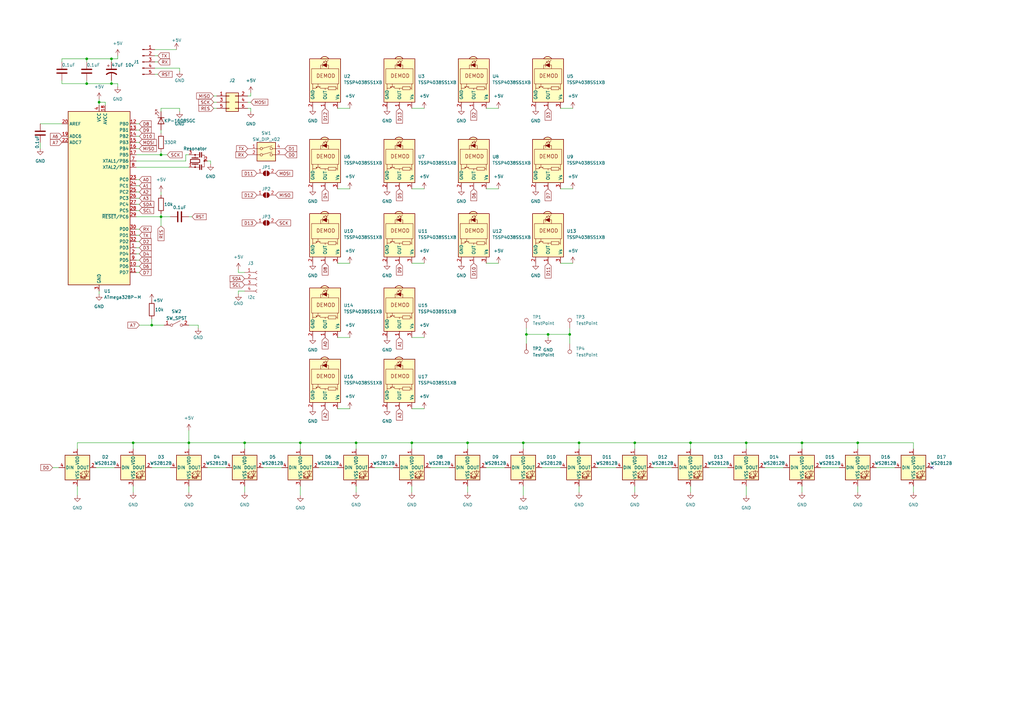
<source format=kicad_sch>
(kicad_sch (version 20211123) (generator eeschema)
  (paper "A3")
  (lib_symbols
    (symbol "Connector:Conn_01x04_Female" (pin_names (offset 1.016) hide)
      (property "Reference" "J" (at 0 5.08 0))
      (property "Value" "Conn_01x04_Female" (at 0 -7.62 0))
      (symbol "Conn_01x04_Female_1_1"
        (pin passive line (at -5.08 2.54 0) (length 3.81) (name "Pin_1") (number "1"))
        (pin passive line (at -5.08 0 0) (length 3.81) (name "Pin_2") (number "2"))
        (pin passive line (at -5.08 -2.54 0) (length 3.81) (name "Pin_3") (number "3"))
        (pin passive line (at -5.08 -5.08 0) (length 3.81) (name "Pin_4") (number "4"))
      )
    )
    (symbol "Connector:Conn_01x05_Male" (pin_names (offset 1.016) hide)
      (property "Reference" "J" (at 0 7.62 0))
      (property "Value" "Conn_01x05_Male" (at 0 -7.62 0))
      (symbol "Conn_01x05_Male_1_1"
        (pin passive line (at 5.08 5.08 180) (length 3.81) (name "Pin_1") (number "1"))
        (pin passive line (at 5.08 2.54 180) (length 3.81) (name "Pin_2") (number "2"))
        (pin passive line (at 5.08 0 180) (length 3.81) (name "Pin_3") (number "3"))
        (pin passive line (at 5.08 -2.54 180) (length 3.81) (name "Pin_4") (number "4"))
        (pin passive line (at 5.08 -5.08 180) (length 3.81) (name "Pin_5") (number "5"))
      )
    )
    (symbol "Connector:TestPoint" (pin_numbers hide) (pin_names (offset 0.762) hide)
      (property "Reference" "TP" (at 0 6.858 0))
      (property "Value" "TestPoint" (at 0 5.08 0))
      (symbol "TestPoint_1_1"
        (pin passive line (at 0 0 90) (length 2.54) (name "1") (number "1"))
      )
    )
    (symbol "Connector_Generic:Conn_02x03_Odd_Even" (pin_names (offset 1.016) hide)
      (property "Reference" "J" (at 1.27 5.08 0))
      (property "Value" "Conn_02x03_Odd_Even" (at 1.27 -5.08 0))
      (symbol "Conn_02x03_Odd_Even_1_1"
        (pin passive line (at -5.08 2.54 0) (length 3.81) (name "Pin_1") (number "1"))
        (pin passive line (at 7.62 2.54 180) (length 3.81) (name "Pin_2") (number "2"))
        (pin passive line (at -5.08 0 0) (length 3.81) (name "Pin_3") (number "3"))
        (pin passive line (at 7.62 0 180) (length 3.81) (name "Pin_4") (number "4"))
        (pin passive line (at -5.08 -2.54 0) (length 3.81) (name "Pin_5") (number "5"))
        (pin passive line (at 7.62 -2.54 180) (length 3.81) (name "Pin_6") (number "6"))
      )
    )
    (symbol "Device:C" (pin_numbers hide) (pin_names (offset 0.254))
      (property "Reference" "C" (at 0.635 2.54 0))
      (property "Value" "C" (at 0.635 -2.54 0))
      (symbol "C_1_1"
        (pin passive line (at 0 3.81 270) (length 2.794) (name "~") (number "1"))
        (pin passive line (at 0 -3.81 90) (length 2.794) (name "~") (number "2"))
      )
    )
    (symbol "Device:CP1" (pin_numbers hide) (pin_names (offset 0.254) hide)
      (property "Reference" "C" (at 0.635 2.54 0))
      (property "Value" "Device_CP1" (at 0.635 -2.54 0))
      (symbol "CP1_1_1"
        (pin passive line (at 0 3.81 270) (length 2.794) (name "~") (number "1"))
        (pin passive line (at 0 -3.81 90) (length 3.302) (name "~") (number "2"))
      )
    )
    (symbol "Device:LED" (pin_numbers hide) (pin_names (offset 1.016) hide)
      (property "Reference" "D" (at 0 2.54 0))
      (property "Value" "LED" (at 0 -2.54 0))
      (symbol "LED_1_1"
        (pin passive line (at -3.81 0 0) (length 2.54) (name "K") (number "1"))
        (pin passive line (at 3.81 0 180) (length 2.54) (name "A") (number "2"))
      )
    )
    (symbol "Device:R" (pin_numbers hide) (pin_names (offset 0))
      (property "Reference" "R" (at 2.032 0 90))
      (property "Value" "R" (at 0 0 90))
      (symbol "R_1_1"
        (pin passive line (at 0 3.81 270) (length 1.27) (name "~") (number "1"))
        (pin passive line (at 0 -3.81 90) (length 1.27) (name "~") (number "2"))
      )
    )
    (symbol "Device:Resonator_Small" (pin_names (offset 1.016) hide)
      (property "Reference" "Y" (at 3.175 1.905 0))
      (property "Value" "Resonator_Small" (at 3.175 0 0))
      (symbol "Resonator_Small_1_1"
        (pin passive line (at -2.54 2.54 270) (length 1.27) (name "1") (number "1"))
        (pin passive line (at 0 -5.08 90) (length 1.27) (name "2") (number "2"))
        (pin passive line (at 2.54 2.54 270) (length 1.27) (name "3") (number "3"))
      )
    )
    (symbol "Jumper:SolderJumper_2_Open" (pin_names (offset 0) hide)
      (property "Reference" "JP" (at 0 2.032 0))
      (property "Value" "SolderJumper_2_Open" (at 0 -2.54 0))
      (symbol "SolderJumper_2_Open_1_1"
        (pin passive line (at -3.81 0 0) (length 2.54) (name "A") (number "1"))
        (pin passive line (at 3.81 0 180) (length 2.54) (name "B") (number "2"))
      )
    )
    (symbol "LED:WS2812B" (pin_names (offset 0.254))
      (property "Reference" "D" (at 5.08 5.715 0))
      (property "Value" "WS2812B" (at 1.27 -5.715 0))
      (symbol "WS2812B_0_0"
        (text "RGB" (at 2.286 -4.191 0) (effects (font (size 0.762 0.762))))
      )
      (symbol "WS2812B_1_1"
        (pin power_in line (at 0 7.62 270) (length 2.54) (name "VDD") (number "1"))
        (pin output line (at 7.62 0 180) (length 2.54) (name "DOUT") (number "2"))
        (pin power_in line (at 0 -7.62 90) (length 2.54) (name "VSS") (number "3"))
        (pin input line (at -7.62 0 0) (length 2.54) (name "DIN") (number "4"))
      )
    )
    (symbol "MCU_Microchip_ATmega:ATmega328P-M"
      (property "Reference" "U" (at -12.7 36.83 0))
      (property "Value" "ATmega328P-M" (at 2.54 -36.83 0))
      (symbol "ATmega328P-M_1_1"
        (pin bidirectional line (at 15.24 -20.32 180) (length 2.54) (name "PD3") (number "1"))
        (pin bidirectional line (at 15.24 -27.94 180) (length 2.54) (name "PD6") (number "10"))
        (pin bidirectional line (at 15.24 -30.48 180) (length 2.54) (name "PD7") (number "11"))
        (pin bidirectional line (at 15.24 30.48 180) (length 2.54) (name "PB0") (number "12"))
        (pin bidirectional line (at 15.24 27.94 180) (length 2.54) (name "PB1") (number "13"))
        (pin bidirectional line (at 15.24 25.4 180) (length 2.54) (name "PB2") (number "14"))
        (pin bidirectional line (at 15.24 22.86 180) (length 2.54) (name "PB3") (number "15"))
        (pin bidirectional line (at 15.24 20.32 180) (length 2.54) (name "PB4") (number "16"))
        (pin bidirectional line (at 15.24 17.78 180) (length 2.54) (name "PB5") (number "17"))
        (pin power_in line (at 2.54 38.1 270) (length 2.54) (name "AVCC") (number "18"))
        (pin input line (at -15.24 25.4 0) (length 2.54) (name "ADC6") (number "19"))
        (pin bidirectional line (at 15.24 -22.86 180) (length 2.54) (name "PD4") (number "2"))
        (pin passive line (at -15.24 30.48 0) (length 2.54) (name "AREF") (number "20"))
        (pin passive line (at 0 -38.1 90) (length 2.54) hide (name "GND") (number "21"))
        (pin input line (at -15.24 22.86 0) (length 2.54) (name "ADC7") (number "22"))
        (pin bidirectional line (at 15.24 7.62 180) (length 2.54) (name "PC0") (number "23"))
        (pin bidirectional line (at 15.24 5.08 180) (length 2.54) (name "PC1") (number "24"))
        (pin bidirectional line (at 15.24 2.54 180) (length 2.54) (name "PC2") (number "25"))
        (pin bidirectional line (at 15.24 0 180) (length 2.54) (name "PC3") (number "26"))
        (pin bidirectional line (at 15.24 -2.54 180) (length 2.54) (name "PC4") (number "27"))
        (pin bidirectional line (at 15.24 -5.08 180) (length 2.54) (name "PC5") (number "28"))
        (pin bidirectional line (at 15.24 -7.62 180) (length 2.54) (name "~{RESET}/PC6") (number "29"))
        (pin power_in line (at 0 -38.1 90) (length 2.54) (name "GND") (number "3"))
        (pin bidirectional line (at 15.24 -12.7 180) (length 2.54) (name "PD0") (number "30"))
        (pin bidirectional line (at 15.24 -15.24 180) (length 2.54) (name "PD1") (number "31"))
        (pin bidirectional line (at 15.24 -17.78 180) (length 2.54) (name "PD2") (number "32"))
        (pin passive line (at 0 -38.1 90) (length 2.54) hide (name "GND") (number "33"))
        (pin power_in line (at 0 38.1 270) (length 2.54) (name "VCC") (number "4"))
        (pin passive line (at 0 -38.1 90) (length 2.54) hide (name "GND") (number "5"))
        (pin passive line (at 0 38.1 270) (length 2.54) hide (name "VCC") (number "6"))
        (pin bidirectional line (at 15.24 15.24 180) (length 2.54) (name "XTAL1/PB6") (number "7"))
        (pin bidirectional line (at 15.24 12.7 180) (length 2.54) (name "XTAL2/PB7") (number "8"))
        (pin bidirectional line (at 15.24 -25.4 180) (length 2.54) (name "PD5") (number "9"))
      )
    )
    (symbol "Sensor_Proximity:TSSP58038SS1XB" (pin_names (offset 1.016))
      (property "Reference" "U" (at -10.16 7.62 0))
      (property "Value" "TSSP58038SS1XB" (at -10.16 -7.62 0))
      (symbol "TSSP58038SS1XB_0_0"
        (text "DEMOD" (at -3.175 0.254 900) (effects (font (size 1.524 1.524))))
      )
      (symbol "TSSP58038SS1XB_1_1"
        (pin output line (at 10.16 0 180) (length 2.54) (name "OUT") (number "1"))
        (pin power_in line (at 10.16 -5.08 180) (length 2.54) (name "GND") (number "2"))
        (pin power_in line (at 10.16 5.08 180) (length 2.54) (name "Vs") (number "3"))
      )
    )
    (symbol "Switch:SW_DIP_x02" (pin_names (offset 0) hide)
      (property "Reference" "SW" (at 0 6.35 0))
      (property "Value" "SW_DIP_x02" (at 0 -3.81 0))
      (symbol "SW_DIP_x02_1_1"
        (pin passive line (at -7.62 2.54 0) (length 5.08) (name "~") (number "1"))
        (pin passive line (at -7.62 0 0) (length 5.08) (name "~") (number "2"))
        (pin passive line (at 7.62 0 180) (length 5.08) (name "~") (number "3"))
        (pin passive line (at 7.62 2.54 180) (length 5.08) (name "~") (number "4"))
      )
    )
    (symbol "Switch:SW_SPST" (pin_names (offset 0) hide)
      (property "Reference" "SW" (at 0 3.175 0))
      (property "Value" "SW_SPST" (at 0 -2.54 0))
      (symbol "SW_SPST_1_1"
        (pin passive line (at -5.08 0 0) (length 2.54) (name "A") (number "1"))
        (pin passive line (at 5.08 0 180) (length 2.54) (name "B") (number "2"))
      )
    )
    (symbol "power:+5V" (power) (pin_names (offset 0))
      (property "Value" "+5V" (at 0 3.556 0))
      (symbol "+5V_1_1"
        (pin power_in line (at 0 0 90) (length 0) hide (name "+5V") (number "1"))
      )
    )
    (symbol "power:GND" (power) (pin_names (offset 0))
      (property "Value" "GND" (at 0 -3.81 0))
      (symbol "GND_1_1"
        (pin power_in line (at 0 0 270) (length 0) hide (name "GND") (number "1"))
      )
    )
  )
  (junction (at 123.19 181.61))
  (junction (at 66.04 88.9))
  (junction (at 191.77 181.61))
  (junction (at 35.56 24.13))
  (junction (at 45.72 24.13))
  (junction (at 328.93 181.61))
  (junction (at 66.04 63.5))
  (junction (at 35.56 34.29))
  (junction (at 233.68 137.16))
  (junction (at 215.9 137.16))
  (junction (at 77.47 181.61))
  (junction (at 62.23 133.35))
  (junction (at 283.21 181.61))
  (junction (at 214.63 181.61))
  (junction (at 351.79 181.61))
  (junction (at 224.79 137.16))
  (junction (at 100.33 181.61))
  (junction (at 146.05 181.61))
  (junction (at 45.72 34.29))
  (junction (at 237.49 181.61))
  (junction (at 54.61 181.61))
  (junction (at 306.07 181.61))
  (junction (at 168.91 181.61))
  (junction (at 260.35 181.61))
  (junction (at 40.64 41.91))
  (no_connect (at 382.27 191.77))
  (wire (pts (xy 55.88 66.04) (xy 76.2 66.04)))
  (wire (pts (xy 66.04 78.74) (xy 66.04 80.01)))
  (wire (pts (xy 237.49 181.61) (xy 237.49 184.15)))
  (wire (pts (xy 138.43 167.64) (xy 143.51 167.64)))
  (wire (pts (xy 64.77 22.86) (xy 63.5 22.86)))
  (wire (pts (xy 55.88 88.9) (xy 66.04 88.9)))
  (wire (pts (xy 336.55 191.77) (xy 344.17 191.77)))
  (wire (pts (xy 215.9 137.16) (xy 224.79 137.16)))
  (wire (pts (xy 57.15 58.42) (xy 55.88 58.42)))
  (wire (pts (xy 57.15 76.2) (xy 55.88 76.2)))
  (wire (pts (xy 31.75 181.61) (xy 54.61 181.61)))
  (wire (pts (xy 191.77 181.61) (xy 214.63 181.61)))
  (wire (pts (xy 374.65 181.61) (xy 374.65 184.15)))
  (wire (pts (xy 168.91 107.95) (xy 173.99 107.95)))
  (wire (pts (xy 57.15 73.66) (xy 55.88 73.66)))
  (wire (pts (xy 168.91 167.64) (xy 173.99 167.64)))
  (wire (pts (xy 233.68 137.16) (xy 233.68 140.97)))
  (wire (pts (xy 146.05 181.61) (xy 168.91 181.61)))
  (wire (pts (xy 146.05 199.39) (xy 146.05 201.93)))
  (wire (pts (xy 48.26 24.13) (xy 48.26 22.86)))
  (wire (pts (xy 54.61 199.39) (xy 54.61 201.93)))
  (wire (pts (xy 57.15 106.68) (xy 55.88 106.68)))
  (wire (pts (xy 57.15 133.35) (xy 62.23 133.35)))
  (wire (pts (xy 77.47 133.35) (xy 81.28 133.35)))
  (wire (pts (xy 77.47 181.61) (xy 77.47 184.15)))
  (wire (pts (xy 76.2 63.5) (xy 77.47 63.5)))
  (wire (pts (xy 25.4 34.29) (xy 35.56 34.29)))
  (wire (pts (xy 39.37 191.77) (xy 46.99 191.77)))
  (wire (pts (xy 260.35 181.61) (xy 283.21 181.61)))
  (wire (pts (xy 57.15 96.52) (xy 55.88 96.52)))
  (wire (pts (xy 351.79 199.39) (xy 351.79 201.93)))
  (wire (pts (xy 283.21 181.61) (xy 306.07 181.61)))
  (wire (pts (xy 107.95 191.77) (xy 115.57 191.77)))
  (wire (pts (xy 16.51 60.96) (xy 16.51 58.42)))
  (wire (pts (xy 57.15 101.6) (xy 55.88 101.6)))
  (wire (pts (xy 35.56 24.13) (xy 35.56 25.4)))
  (wire (pts (xy 328.93 199.39) (xy 328.93 201.93)))
  (wire (pts (xy 283.21 181.61) (xy 283.21 184.15)))
  (wire (pts (xy 100.33 111.76) (xy 97.79 111.76)))
  (wire (pts (xy 100.33 199.39) (xy 100.33 201.93)))
  (wire (pts (xy 45.72 34.29) (xy 48.26 34.29)))
  (wire (pts (xy 35.56 34.29) (xy 45.72 34.29)))
  (wire (pts (xy 35.56 24.13) (xy 45.72 24.13)))
  (wire (pts (xy 214.63 199.39) (xy 214.63 203.2)))
  (wire (pts (xy 102.87 38.1) (xy 102.87 39.37)))
  (wire (pts (xy 215.9 134.62) (xy 215.9 137.16)))
  (wire (pts (xy 45.72 24.13) (xy 45.72 25.4)))
  (wire (pts (xy 57.15 104.14) (xy 55.88 104.14)))
  (wire (pts (xy 168.91 199.39) (xy 168.91 201.93)))
  (wire (pts (xy 57.15 81.28) (xy 55.88 81.28)))
  (wire (pts (xy 54.61 181.61) (xy 54.61 184.15)))
  (wire (pts (xy 298.45 191.77) (xy 290.83 191.77)))
  (wire (pts (xy 48.26 34.29) (xy 48.26 35.56)))
  (wire (pts (xy 66.04 62.23) (xy 66.04 63.5)))
  (wire (pts (xy 176.53 191.77) (xy 184.15 191.77)))
  (wire (pts (xy 283.21 199.39) (xy 283.21 201.93)))
  (wire (pts (xy 374.65 199.39) (xy 374.65 201.93)))
  (wire (pts (xy 306.07 181.61) (xy 328.93 181.61)))
  (wire (pts (xy 102.87 39.37) (xy 101.6 39.37)))
  (wire (pts (xy 35.56 33.02) (xy 35.56 34.29)))
  (wire (pts (xy 87.63 44.45) (xy 88.9 44.45)))
  (wire (pts (xy 168.91 44.45) (xy 173.99 44.45)))
  (wire (pts (xy 123.19 181.61) (xy 146.05 181.61)))
  (wire (pts (xy 100.33 181.61) (xy 100.33 184.15)))
  (wire (pts (xy 77.47 199.39) (xy 77.47 201.93)))
  (wire (pts (xy 25.4 33.02) (xy 25.4 34.29)))
  (wire (pts (xy 66.04 92.71) (xy 66.04 88.9)))
  (wire (pts (xy 40.64 41.91) (xy 40.64 43.18)))
  (wire (pts (xy 45.72 33.02) (xy 45.72 34.29)))
  (wire (pts (xy 260.35 181.61) (xy 260.35 184.15)))
  (wire (pts (xy 199.39 107.95) (xy 204.47 107.95)))
  (wire (pts (xy 73.66 27.94) (xy 73.66 29.21)))
  (wire (pts (xy 62.23 130.81) (xy 62.23 133.35)))
  (wire (pts (xy 191.77 199.39) (xy 191.77 201.93)))
  (wire (pts (xy 57.15 53.34) (xy 55.88 53.34)))
  (wire (pts (xy 77.47 181.61) (xy 100.33 181.61)))
  (wire (pts (xy 57.15 109.22) (xy 55.88 109.22)))
  (wire (pts (xy 102.87 44.45) (xy 101.6 44.45)))
  (wire (pts (xy 233.68 134.62) (xy 233.68 137.16)))
  (wire (pts (xy 214.63 181.61) (xy 214.63 184.15)))
  (wire (pts (xy 62.23 133.35) (xy 67.31 133.35)))
  (wire (pts (xy 45.72 24.13) (xy 48.26 24.13)))
  (wire (pts (xy 62.23 191.77) (xy 69.85 191.77)))
  (wire (pts (xy 25.4 24.13) (xy 35.56 24.13)))
  (wire (pts (xy 306.07 181.61) (xy 306.07 184.15)))
  (wire (pts (xy 138.43 77.47) (xy 143.51 77.47)))
  (wire (pts (xy 102.87 45.72) (xy 102.87 44.45)))
  (wire (pts (xy 66.04 63.5) (xy 55.88 63.5)))
  (wire (pts (xy 57.15 78.74) (xy 55.88 78.74)))
  (wire (pts (xy 146.05 181.61) (xy 146.05 184.15)))
  (wire (pts (xy 63.5 27.94) (xy 73.66 27.94)))
  (wire (pts (xy 57.15 111.76) (xy 55.88 111.76)))
  (wire (pts (xy 237.49 199.39) (xy 237.49 201.93)))
  (wire (pts (xy 123.19 199.39) (xy 123.19 203.2)))
  (wire (pts (xy 57.15 86.36) (xy 55.88 86.36)))
  (wire (pts (xy 57.15 60.96) (xy 55.88 60.96)))
  (wire (pts (xy 16.51 50.8) (xy 25.4 50.8)))
  (wire (pts (xy 85.09 191.77) (xy 92.71 191.77)))
  (wire (pts (xy 215.9 137.16) (xy 215.9 140.97)))
  (wire (pts (xy 87.63 39.37) (xy 88.9 39.37)))
  (wire (pts (xy 21.59 191.77) (xy 24.13 191.77)))
  (wire (pts (xy 153.67 191.77) (xy 161.29 191.77)))
  (wire (pts (xy 168.91 138.43) (xy 173.99 138.43)))
  (wire (pts (xy 313.69 191.77) (xy 321.31 191.77)))
  (wire (pts (xy 97.79 119.38) (xy 97.79 120.65)))
  (wire (pts (xy 81.28 133.35) (xy 81.28 134.62)))
  (wire (pts (xy 31.75 199.39) (xy 31.75 203.2)))
  (wire (pts (xy 64.77 25.4) (xy 63.5 25.4)))
  (wire (pts (xy 72.39 20.32) (xy 63.5 20.32)))
  (wire (pts (xy 87.63 41.91) (xy 88.9 41.91)))
  (wire (pts (xy 245.11 191.77) (xy 252.73 191.77)))
  (wire (pts (xy 214.63 181.61) (xy 237.49 181.61)))
  (wire (pts (xy 351.79 181.61) (xy 374.65 181.61)))
  (wire (pts (xy 351.79 181.61) (xy 351.79 184.15)))
  (wire (pts (xy 237.49 181.61) (xy 260.35 181.61)))
  (wire (pts (xy 57.15 99.06) (xy 55.88 99.06)))
  (wire (pts (xy 57.15 55.88) (xy 55.88 55.88)))
  (wire (pts (xy 73.66 45.72) (xy 73.66 44.45)))
  (wire (pts (xy 359.41 191.77) (xy 367.03 191.77)))
  (wire (pts (xy 222.25 191.77) (xy 229.87 191.77)))
  (wire (pts (xy 55.88 68.58) (xy 77.47 68.58)))
  (wire (pts (xy 66.04 44.45) (xy 66.04 45.72)))
  (wire (pts (xy 260.35 199.39) (xy 260.35 201.93)))
  (wire (pts (xy 57.15 50.8) (xy 55.88 50.8)))
  (wire (pts (xy 229.87 44.45) (xy 234.95 44.45)))
  (wire (pts (xy 306.07 199.39) (xy 306.07 203.2)))
  (wire (pts (xy 168.91 181.61) (xy 168.91 184.15)))
  (wire (pts (xy 40.64 40.64) (xy 40.64 41.91)))
  (wire (pts (xy 224.79 137.16) (xy 233.68 137.16)))
  (wire (pts (xy 100.33 181.61) (xy 123.19 181.61)))
  (wire (pts (xy 77.47 176.53) (xy 77.47 181.61)))
  (wire (pts (xy 66.04 53.34) (xy 66.04 54.61)))
  (wire (pts (xy 54.61 181.61) (xy 77.47 181.61)))
  (wire (pts (xy 199.39 44.45) (xy 204.47 44.45)))
  (wire (pts (xy 138.43 138.43) (xy 143.51 138.43)))
  (wire (pts (xy 85.09 66.04) (xy 86.36 66.04)))
  (wire (pts (xy 229.87 77.47) (xy 234.95 77.47)))
  (wire (pts (xy 66.04 88.9) (xy 69.85 88.9)))
  (wire (pts (xy 40.64 120.65) (xy 40.64 119.38)))
  (wire (pts (xy 199.39 191.77) (xy 207.01 191.77)))
  (wire (pts (xy 191.77 181.61) (xy 191.77 184.15)))
  (wire (pts (xy 328.93 181.61) (xy 351.79 181.61)))
  (wire (pts (xy 123.19 181.61) (xy 123.19 184.15)))
  (wire (pts (xy 138.43 107.95) (xy 143.51 107.95)))
  (wire (pts (xy 76.2 66.04) (xy 76.2 63.5)))
  (wire (pts (xy 328.93 181.61) (xy 328.93 184.15)))
  (wire (pts (xy 25.4 25.4) (xy 25.4 24.13)))
  (wire (pts (xy 130.81 191.77) (xy 138.43 191.77)))
  (wire (pts (xy 64.77 30.48) (xy 63.5 30.48)))
  (wire (pts (xy 57.15 93.98) (xy 55.88 93.98)))
  (wire (pts (xy 100.33 119.38) (xy 97.79 119.38)))
  (wire (pts (xy 224.79 138.43) (xy 224.79 137.16)))
  (wire (pts (xy 31.75 181.61) (xy 31.75 184.15)))
  (wire (pts (xy 168.91 77.47) (xy 173.99 77.47)))
  (wire (pts (xy 43.18 43.18) (xy 43.18 41.91)))
  (wire (pts (xy 66.04 87.63) (xy 66.04 88.9)))
  (wire (pts (xy 168.91 181.61) (xy 191.77 181.61)))
  (wire (pts (xy 68.58 63.5) (xy 66.04 63.5)))
  (wire (pts (xy 199.39 77.47) (xy 204.47 77.47)))
  (wire (pts (xy 102.87 41.91) (xy 101.6 41.91)))
  (wire (pts (xy 229.87 107.95) (xy 234.95 107.95)))
  (wire (pts (xy 86.36 66.04) (xy 86.36 67.31)))
  (wire (pts (xy 43.18 41.91) (xy 40.64 41.91)))
  (wire (pts (xy 78.74 88.9) (xy 77.47 88.9)))
  (wire (pts (xy 73.66 44.45) (xy 66.04 44.45)))
  (wire (pts (xy 97.79 111.76) (xy 97.79 110.49)))
  (wire (pts (xy 57.15 83.82) (xy 55.88 83.82)))
  (wire (pts (xy 138.43 44.45) (xy 143.51 44.45)))
  (wire (pts (xy 267.97 191.77) (xy 275.59 191.77)))
  (global_label "D6" (shape input) (at 57.15 109.22 0) (property "Обозначения листов" "${INTERSHEET_REFS}" (effects hide)))
  (global_label "TX" (shape input) (at 57.15 96.52 0) (property "Обозначения листов" "${INTERSHEET_REFS}" (effects hide)))
  (global_label "RX" (shape input) (at 101.6 63.5 180) (property "Обозначения листов" "${INTERSHEET_REFS}" (effects hide)))
  (global_label "D5" (shape input) (at 163.83 77.47 270) (property "Обозначения листов" "${INTERSHEET_REFS}" (effects hide)))
  (global_label "A7" (shape input) (at 25.4 58.42 180) (property "Обозначения листов" "${INTERSHEET_REFS}" (effects hide)))
  (global_label "A3" (shape input) (at 163.83 167.64 270) (property "Обозначения листов" "${INTERSHEET_REFS}" (effects hide)))
  (global_label "D0" (shape input) (at 21.59 191.77 180) (property "Обозначения листов" "${INTERSHEET_REFS}" (effects hide)))
  (global_label "SCL" (shape input) (at 100.33 116.84 180) (property "Intersheet References" "${INTERSHEET_REFS}" (effects hide)))
  (global_label "A1" (shape input) (at 57.15 76.2 0) (property "Обозначения листов" "${INTERSHEET_REFS}" (effects hide)))
  (global_label "D11" (shape input) (at 224.79 107.95 270) (property "Обозначения листов" "${INTERSHEET_REFS}" (effects hide)))
  (global_label "SCK" (shape input) (at 68.58 63.5 0) (property "Обозначения листов" "${INTERSHEET_REFS}" (effects hide)))
  (global_label "SCL" (shape input) (at 57.15 86.36 0) (property "Обозначения листов" "${INTERSHEET_REFS}" (effects hide)))
  (global_label "D9" (shape input) (at 163.83 107.95 270) (property "Обозначения листов" "${INTERSHEET_REFS}" (effects hide)))
  (global_label "D6" (shape input) (at 194.31 77.47 270) (property "Обозначения листов" "${INTERSHEET_REFS}" (effects hide)))
  (global_label "TX" (shape input) (at 64.77 22.86 0) (property "Intersheet References" "${INTERSHEET_REFS}" (effects hide)))
  (global_label "MISO" (shape input) (at 113.03 80.01 0) (property "Обозначения листов" "${INTERSHEET_REFS}" (effects hide)))
  (global_label "RST" (shape input) (at 64.77 30.48 0) (property "Обозначения листов" "${INTERSHEET_REFS}" (effects hide)))
  (global_label "D2" (shape input) (at 57.15 99.06 0) (property "Обозначения листов" "${INTERSHEET_REFS}" (effects hide)))
  (global_label "D7" (shape input) (at 224.79 77.47 270) (property "Обозначения листов" "${INTERSHEET_REFS}" (effects hide)))
  (global_label "A2" (shape input) (at 57.15 78.74 0) (property "Обозначения листов" "${INTERSHEET_REFS}" (effects hide)))
  (global_label "RST" (shape input) (at 78.74 88.9 0) (property "Обозначения листов" "${INTERSHEET_REFS}" (effects hide)))
  (global_label "RX" (shape input) (at 64.77 25.4 0) (property "Intersheet References" "${INTERSHEET_REFS}" (effects hide)))
  (global_label "A0" (shape input) (at 57.15 73.66 0) (property "Обозначения листов" "${INTERSHEET_REFS}" (effects hide)))
  (global_label "RES" (shape input) (at 66.04 92.71 270) (property "Обозначения листов" "${INTERSHEET_REFS}" (effects hide)))
  (global_label "A2" (shape input) (at 133.35 167.64 270) (property "Обозначения листов" "${INTERSHEET_REFS}" (effects hide)))
  (global_label "D8" (shape input) (at 57.15 50.8 0) (property "Обозначения листов" "${INTERSHEET_REFS}" (effects hide)))
  (global_label "D13" (shape input) (at 163.83 44.45 270) (property "Обозначения листов" "${INTERSHEET_REFS}" (effects hide)))
  (global_label "A6" (shape input) (at 25.4 55.88 180) (property "Обозначения листов" "${INTERSHEET_REFS}" (effects hide)))
  (global_label "SDA" (shape input) (at 57.15 83.82 0) (property "Обозначения листов" "${INTERSHEET_REFS}" (effects hide)))
  (global_label "D11" (shape input) (at 105.41 71.12 180) (property "Обозначения листов" "${INTERSHEET_REFS}" (effects hide)))
  (global_label "D4" (shape input) (at 133.35 77.47 270) (property "Обозначения листов" "${INTERSHEET_REFS}" (effects hide)))
  (global_label "D4" (shape input) (at 57.15 104.14 0) (property "Обозначения листов" "${INTERSHEET_REFS}" (effects hide)))
  (global_label "MISO" (shape input) (at 87.63 39.37 180) (property "Обозначения листов" "${INTERSHEET_REFS}" (effects hide)))
  (global_label "D5" (shape input) (at 57.15 106.68 0) (property "Обозначения листов" "${INTERSHEET_REFS}" (effects hide)))
  (global_label "D9" (shape input) (at 57.15 53.34 0) (property "Обозначения листов" "${INTERSHEET_REFS}" (effects hide)))
  (global_label "SCK" (shape input) (at 87.63 41.91 180) (property "Обозначения листов" "${INTERSHEET_REFS}" (effects hide)))
  (global_label "RES" (shape input) (at 87.63 44.45 180) (property "Обозначения листов" "${INTERSHEET_REFS}" (effects hide)))
  (global_label "A3" (shape input) (at 57.15 81.28 0) (property "Обозначения листов" "${INTERSHEET_REFS}" (effects hide)))
  (global_label "D12" (shape input) (at 133.35 44.45 270) (property "Обозначения листов" "${INTERSHEET_REFS}" (effects hide)))
  (global_label "A1" (shape input) (at 163.83 138.43 270) (property "Обозначения листов" "${INTERSHEET_REFS}" (effects hide)))
  (global_label "D10" (shape input) (at 194.31 107.95 270) (property "Обозначения листов" "${INTERSHEET_REFS}" (effects hide)))
  (global_label "SCK" (shape input) (at 113.03 91.44 0) (property "Обозначения листов" "${INTERSHEET_REFS}" (effects hide)))
  (global_label "D13" (shape input) (at 105.41 91.44 180) (property "Обозначения листов" "${INTERSHEET_REFS}" (effects hide)))
  (global_label "A7" (shape input) (at 57.15 133.35 180) (property "Обозначения листов" "${INTERSHEET_REFS}" (effects hide)))
  (global_label "D2" (shape input) (at 194.31 44.45 270) (property "Обозначения листов" "${INTERSHEET_REFS}" (effects hide)))
  (global_label "SDA" (shape input) (at 100.33 114.3 180) (property "Intersheet References" "${INTERSHEET_REFS}" (effects hide)))
  (global_label "D0" (shape input) (at 116.84 63.5 0) (property "Обозначения листов" "${INTERSHEET_REFS}" (effects hide)))
  (global_label "D8" (shape input) (at 133.35 107.95 270) (property "Обозначения листов" "${INTERSHEET_REFS}" (effects hide)))
  (global_label "RX" (shape input) (at 57.15 93.98 0) (property "Обозначения листов" "${INTERSHEET_REFS}" (effects hide)))
  (global_label "A0" (shape input) (at 133.35 138.43 270) (property "Обозначения листов" "${INTERSHEET_REFS}" (effects hide)))
  (global_label "D12" (shape input) (at 105.41 80.01 180) (property "Обозначения листов" "${INTERSHEET_REFS}" (effects hide)))
  (global_label "D7" (shape input) (at 57.15 111.76 0) (property "Обозначения листов" "${INTERSHEET_REFS}" (effects hide)))
  (global_label "TX" (shape input) (at 101.6 60.96 180) (property "Обозначения листов" "${INTERSHEET_REFS}" (effects hide)))
  (global_label "MOSI" (shape input) (at 57.15 58.42 0) (property "Обозначения листов" "${INTERSHEET_REFS}" (effects hide)))
  (global_label "D3" (shape input) (at 57.15 101.6 0) (property "Обозначения листов" "${INTERSHEET_REFS}" (effects hide)))
  (global_label "D1" (shape input) (at 116.84 60.96 0) (property "Обозначения листов" "${INTERSHEET_REFS}" (effects hide)))
  (global_label "D10" (shape input) (at 57.15 55.88 0) (property "Обозначения листов" "${INTERSHEET_REFS}" (effects hide)))
  (global_label "D3" (shape input) (at 224.79 44.45 270) (property "Обозначения листов" "${INTERSHEET_REFS}" (effects hide)))
  (global_label "MOSI" (shape input) (at 113.03 71.12 0) (property "Обозначения листов" "${INTERSHEET_REFS}" (effects hide)))
  (global_label "MOSI" (shape input) (at 102.87 41.91 0) (property "Обозначения листов" "${INTERSHEET_REFS}" (effects hide)))
  (global_label "MISO" (shape input) (at 57.15 60.96 0) (property "Обозначения листов" "${INTERSHEET_REFS}" (effects hide)))
  (symbol (lib_id "power:GND") (at 219.71 77.47 0) (unit 1)
    (property "Reference" "#PWR041" (effects hide))
    (property "Value" "GND" (at 219.71 82.55 0))
  )
  (symbol (lib_id "power:GND") (at 73.66 45.72 0) (unit 1)
    (property "Reference" "#PWR08" (effects hide))
    (property "Value" "GND" (at 73.66 50.8 0))
  )
  (symbol (lib_id "power:GND") (at 81.28 134.62 0) (unit 1)
    (property "Reference" "#PWR051" (effects hide))
    (property "Value" "GND" (at 81.28 138.43 0))
  )
  (symbol (lib_id "LED:WS2812B") (at 260.35 191.77 0) (unit 1)
    (property "Reference" "D12" (at 271.78 187.4393 0))
    (property "Value" "WS2812B" (at 271.78 189.9793 0))
    (property "Footprint" "LED_SMD:WS2812" (effects hide))
    (property "Datasheet" "https://cdn-shop.adafruit.com/datasheets/WS2812B.pdf" (effects hide))
  )
  (symbol (lib_id "power:GND") (at 224.79 138.43 0) (unit 1)
    (property "Reference" "#PWR0101" (effects hide))
    (property "Value" "GND" (at 224.79 143.51 0))
  )
  (symbol (lib_id "LED:WS2812B") (at 283.21 191.77 0) (unit 1)
    (property "Reference" "D13" (at 294.64 187.4393 0))
    (property "Value" "WS2812B" (at 294.64 189.9793 0))
    (property "Footprint" "LED_SMD:WS2812" (effects hide))
    (property "Datasheet" "https://cdn-shop.adafruit.com/datasheets/WS2812B.pdf" (effects hide))
  )
  (symbol (lib_id "power:GND") (at 54.61 201.93 0) (unit 1)
    (property "Reference" "#PWR050" (effects hide))
    (property "Value" "GND" (at 54.61 207.01 0))
  )
  (symbol (lib_id "Device:CP1") (at 45.72 29.21 0) (unit 1)
    (property "Reference" "C3" (effects hide))
    (property "Value" "47uF 10v" (at 45.72 26.67 0) (effects (justify left)))
    (property "Footprint" "Capacitor_Tantalum_SMD:CP_EIA-3216-18_Kemet-A_Pad1.58x1.35mm_HandSolder" (effects hide))
  )
  (symbol (lib_id "Device:C") (at 16.51 54.61 180) (unit 1)
    (property "Reference" "C5" (effects hide))
    (property "Value" "0.1uF" (at 15.24 60.96 90) (effects (justify right)))
    (property "Footprint" "Capacitor_SMD:C_0603_1608Metric_Pad1.08x0.95mm_HandSolder" (effects hide))
  )
  (symbol (lib_id "power:GND") (at 16.51 60.96 0) (unit 1)
    (property "Reference" "#PWR046" (effects hide))
    (property "Value" "GND" (at 16.51 66.04 0))
  )
  (symbol (lib_id "Device:R") (at 66.04 58.42 0) (unit 1)
    (property "Reference" "R1" (effects hide))
    (property "Value" "330R" (at 67.31 58.42 0) (effects (justify left)))
    (property "Footprint" "Resistor_SMD:R_0603_1608Metric_Pad0.98x0.95mm_HandSolder" (effects hide))
  )
  (symbol (lib_id "Device:Resonator_Small") (at 80.01 66.04 90) (unit 1)
    (property "Reference" "Y1" (effects hide))
    (property "Value" "Resonator" (at 80.01 60.96 90))
    (property "Footprint" "Crystal:Resonator_SMD_Murata_CSTxExxV-3Pin_3.0x1.1mm_HandSoldering" (effects hide))
  )
  (symbol (lib_id "LED:WS2812B") (at 191.77 191.77 0) (unit 1)
    (property "Reference" "D9" (at 203.2 187.4393 0))
    (property "Value" "WS2812B" (at 203.2 189.9793 0))
    (property "Footprint" "LED_SMD:WS2812" (effects hide))
    (property "Datasheet" "https://cdn-shop.adafruit.com/datasheets/WS2812B.pdf" (effects hide))
  )
  (symbol (lib_id "LED:WS2812B") (at 54.61 191.77 0) (unit 1)
    (property "Reference" "D3" (at 66.04 187.4393 0))
    (property "Value" "WS2812B" (at 66.04 189.9793 0))
    (property "Footprint" "LED_SMD:WS2812" (effects hide))
    (property "Datasheet" "https://cdn-shop.adafruit.com/datasheets/WS2812B.pdf" (effects hide))
  )
  (symbol (lib_id "Sensor_Proximity:TSSP58038SS1XB") (at 133.35 157.48 270) (unit 1)
    (property "Reference" "U16" (at 140.97 154.4749 90) (effects (justify left)))
    (property "Value" "TSSP4038SS1XB" (at 140.97 157.0149 90) (effects (justify left)))
    (property "Footprint" "OptoDevice:Vishay_MINICAST-3Pin" (effects hide))
    (property "Datasheet" "http://www.vishay.com/docs/82740/tssp58038ss1xb.pdf" (effects hide))
  )
  (symbol (lib_id "power:GND") (at 158.75 167.64 0) (unit 1)
    (property "Reference" "#PWR028" (effects hide))
    (property "Value" "GND" (at 158.75 172.72 0))
  )
  (symbol (lib_id "power:GND") (at 351.79 201.93 0) (unit 1)
    (property "Reference" "#PWR076" (effects hide))
    (property "Value" "GND" (at 351.79 207.01 0))
  )
  (symbol (lib_id "power:GND") (at 374.65 201.93 0) (unit 1)
    (property "Reference" "#PWR078" (effects hide))
    (property "Value" "GND" (at 374.65 207.01 0))
  )
  (symbol (lib_id "LED:WS2812B") (at 306.07 191.77 0) (unit 1)
    (property "Reference" "D14" (at 317.5 187.4393 0))
    (property "Value" "WS2812B" (at 317.5 189.9793 0))
    (property "Footprint" "LED_SMD:WS2812" (effects hide))
    (property "Datasheet" "https://cdn-shop.adafruit.com/datasheets/WS2812B.pdf" (effects hide))
  )
  (symbol (lib_id "power:GND") (at 77.47 201.93 0) (unit 1)
    (property "Reference" "#PWR052" (effects hide))
    (property "Value" "GND" (at 77.47 207.01 0))
  )
  (symbol (lib_id "Connector:Conn_01x04_Female") (at 105.41 114.3 0) (unit 1)
    (property "Reference" "J3" (at 101.6 107.95 0) (effects (justify left)))
    (property "Value" "I2c" (at 101.6 121.92 0) (effects (justify left)))
    (property "Footprint" "Connector_PinHeader_2.54mm:PinHeader_1x04_P2.54mm_Vertical" (effects hide))
  )
  (symbol (lib_id "power:+5V") (at 143.51 167.64 0) (unit 1)
    (property "Reference" "#PWR023" (effects hide))
    (property "Value" "+5V" (at 143.51 162.56 0))
  )
  (symbol (lib_id "power:GND") (at 189.23 107.95 0) (unit 1)
    (property "Reference" "#PWR036" (effects hide))
    (property "Value" "GND" (at 189.23 113.03 0))
  )
  (symbol (lib_id "power:GND") (at 128.27 138.43 0) (unit 1)
    (property "Reference" "#PWR017" (effects hide))
    (property "Value" "GND" (at 128.27 143.51 0))
  )
  (symbol (lib_id "Device:C") (at 35.56 29.21 180) (unit 1)
    (property "Reference" "C2" (effects hide))
    (property "Value" "0.1uF" (at 35.56 26.67 0) (effects (justify right)))
    (property "Footprint" "Capacitor_SMD:C_0603_1608Metric_Pad1.08x0.95mm_HandSolder" (effects hide))
  )
  (symbol (lib_id "LED:WS2812B") (at 31.75 191.77 0) (unit 1)
    (property "Reference" "D2" (at 43.18 187.4393 0))
    (property "Value" "WS2812B" (at 43.18 189.9793 0))
    (property "Footprint" "LED_SMD:WS2812" (effects hide))
    (property "Datasheet" "https://cdn-shop.adafruit.com/datasheets/WS2812B.pdf" (effects hide))
  )
  (symbol (lib_id "power:GND") (at 158.75 107.95 0) (unit 1)
    (property "Reference" "#PWR026" (effects hide))
    (property "Value" "GND" (at 158.75 113.03 0))
  )
  (symbol (lib_id "power:+5V") (at 173.99 167.64 0) (unit 1)
    (property "Reference" "#PWR033" (effects hide))
    (property "Value" "+5V" (at 173.99 162.56 0))
  )
  (symbol (lib_id "power:+5V") (at 234.95 107.95 0) (unit 1)
    (property "Reference" "#PWR045" (effects hide))
    (property "Value" "+5V" (at 234.95 102.87 0))
  )
  (symbol (lib_id "LED:WS2812B") (at 351.79 191.77 0) (unit 1)
    (property "Reference" "D16" (at 363.22 187.4393 0))
    (property "Value" "WS2812B" (at 363.22 189.9793 0))
    (property "Footprint" "LED_SMD:WS2812" (effects hide))
    (property "Datasheet" "https://cdn-shop.adafruit.com/datasheets/WS2812B.pdf" (effects hide))
  )
  (symbol (lib_id "power:+5V") (at 143.51 44.45 0) (unit 1)
    (property "Reference" "#PWR019" (effects hide))
    (property "Value" "+5V" (at 143.51 39.37 0))
  )
  (symbol (lib_id "power:+5V") (at 40.64 40.64 0) (unit 1)
    (property "Reference" "#PWR01" (effects hide))
    (property "Value" "+5V" (at 40.64 35.56 0))
  )
  (symbol (lib_id "power:+5V") (at 97.79 110.49 0) (unit 1)
    (property "Reference" "#PWR010" (effects hide))
    (property "Value" "+5V" (at 97.79 105.41 0))
  )
  (symbol (lib_id "power:GND") (at 158.75 77.47 0) (unit 1)
    (property "Reference" "#PWR025" (effects hide))
    (property "Value" "GND" (at 158.75 82.55 0))
  )
  (symbol (lib_id "Connector:TestPoint") (at 233.68 134.62 0) (unit 1)
    (property "Reference" "TP3" (at 236.22 130.0479 0) (effects (justify left)))
    (property "Value" "TestPoint" (at 236.22 132.5879 0) (effects (justify left)))
    (property "Footprint" "TestPoint:TestPoint_Plated_Hole_D3.0mm" (effects hide))
  )
  (symbol (lib_id "power:GND") (at 219.71 44.45 0) (unit 1)
    (property "Reference" "#PWR040" (effects hide))
    (property "Value" "GND" (at 219.71 49.53 0))
  )
  (symbol (lib_id "power:GND") (at 219.71 107.95 0) (unit 1)
    (property "Reference" "#PWR042" (effects hide))
    (property "Value" "GND" (at 219.71 113.03 0))
  )
  (symbol (lib_id "power:GND") (at 128.27 44.45 0) (unit 1)
    (property "Reference" "#PWR014" (effects hide))
    (property "Value" "GND" (at 128.27 49.53 0))
  )
  (symbol (lib_id "power:GND") (at 31.75 203.2 0) (unit 1)
    (property "Reference" "#PWR048" (effects hide))
    (property "Value" "GND" (at 31.75 208.28 0))
  )
  (symbol (lib_id "power:GND") (at 283.21 201.93 0) (unit 1)
    (property "Reference" "#PWR070" (effects hide))
    (property "Value" "GND" (at 283.21 207.01 0))
  )
  (symbol (lib_id "Sensor_Proximity:TSSP58038SS1XB") (at 163.83 67.31 270) (unit 1)
    (property "Reference" "U7" (at 171.45 64.3049 90) (effects (justify left)))
    (property "Value" "TSSP4038SS1XB" (at 171.45 66.8449 90) (effects (justify left)))
    (property "Footprint" "OptoDevice:Vishay_MINICAST-3Pin" (effects hide))
    (property "Datasheet" "http://www.vishay.com/docs/82740/tssp58038ss1xb.pdf" (effects hide))
  )
  (symbol (lib_id "Device:C") (at 25.4 29.21 180) (unit 1)
    (property "Reference" "C1" (effects hide))
    (property "Value" "0.1uF" (at 25.4 26.67 0) (effects (justify right)))
    (property "Footprint" "Capacitor_SMD:C_0603_1608Metric_Pad1.08x0.95mm_HandSolder" (effects hide))
  )
  (symbol (lib_id "power:+5V") (at 62.23 123.19 0) (unit 1)
    (property "Reference" "#PWR049" (effects hide))
    (property "Value" "+5V" (at 64.77 123.19 0))
  )
  (symbol (lib_id "Sensor_Proximity:TSSP58038SS1XB") (at 194.31 97.79 270) (unit 1)
    (property "Reference" "U12" (at 201.93 94.7849 90) (effects (justify left)))
    (property "Value" "TSSP4038SS1XB" (at 201.93 97.3249 90) (effects (justify left)))
    (property "Footprint" "OptoDevice:Vishay_MINICAST-3Pin" (effects hide))
    (property "Datasheet" "http://www.vishay.com/docs/82740/tssp58038ss1xb.pdf" (effects hide))
  )
  (symbol (lib_id "Sensor_Proximity:TSSP58038SS1XB") (at 163.83 34.29 270) (unit 1)
    (property "Reference" "U3" (at 171.45 31.2849 90) (effects (justify left)))
    (property "Value" "TSSP4038SS1XB" (at 171.45 33.8249 90) (effects (justify left)))
    (property "Footprint" "OptoDevice:Vishay_MINICAST-3Pin" (effects hide))
    (property "Datasheet" "http://www.vishay.com/docs/82740/tssp58038ss1xb.pdf" (effects hide))
  )
  (symbol (lib_id "power:GND") (at 100.33 201.93 0) (unit 1)
    (property "Reference" "#PWR054" (effects hide))
    (property "Value" "GND" (at 100.33 207.01 0))
  )
  (symbol (lib_id "power:GND") (at 123.19 203.2 0) (unit 1)
    (property "Reference" "#PWR056" (effects hide))
    (property "Value" "GND" (at 123.19 208.28 0))
  )
  (symbol (lib_id "power:+5V") (at 173.99 138.43 0) (unit 1)
    (property "Reference" "#PWR032" (effects hide))
    (property "Value" "+5V" (at 173.99 133.35 0))
  )
  (symbol (lib_id "power:GND") (at 189.23 77.47 0) (unit 1)
    (property "Reference" "#PWR035" (effects hide))
    (property "Value" "GND" (at 189.23 82.55 0))
  )
  (symbol (lib_id "power:GND") (at 48.26 35.56 0) (unit 1)
    (property "Reference" "#PWR04" (effects hide))
    (property "Value" "GND" (at 48.26 40.64 0))
  )
  (symbol (lib_id "Sensor_Proximity:TSSP58038SS1XB") (at 163.83 157.48 270) (unit 1)
    (property "Reference" "U17" (at 171.45 154.4749 90) (effects (justify left)))
    (property "Value" "TSSP4038SS1XB" (at 171.45 157.0149 90) (effects (justify left)))
    (property "Footprint" "OptoDevice:Vishay_MINICAST-3Pin" (effects hide))
    (property "Datasheet" "http://www.vishay.com/docs/82740/tssp58038ss1xb.pdf" (effects hide))
  )
  (symbol (lib_id "Sensor_Proximity:TSSP58038SS1XB") (at 194.31 34.29 270) (unit 1)
    (property "Reference" "U4" (at 201.93 31.2849 90) (effects (justify left)))
    (property "Value" "TSSP4038SS1XB" (at 201.93 33.8249 90) (effects (justify left)))
    (property "Footprint" "OptoDevice:Vishay_MINICAST-3Pin" (effects hide))
    (property "Datasheet" "http://www.vishay.com/docs/82740/tssp58038ss1xb.pdf" (effects hide))
  )
  (symbol (lib_id "power:GND") (at 191.77 201.93 0) (unit 1)
    (property "Reference" "#PWR062" (effects hide))
    (property "Value" "GND" (at 191.77 207.01 0))
  )
  (symbol (lib_id "Device:R") (at 66.04 83.82 0) (unit 1)
    (property "Reference" "R2" (effects hide))
    (property "Value" "10k" (at 67.31 83.82 0) (effects (justify left)))
    (property "Footprint" "Resistor_SMD:R_0603_1608Metric_Pad0.98x0.95mm_HandSolder" (effects hide))
  )
  (symbol (lib_id "power:GND") (at 102.87 45.72 0) (unit 1)
    (property "Reference" "#PWR013" (effects hide))
    (property "Value" "GND" (at 102.87 50.8 0))
  )
  (symbol (lib_id "Jumper:SolderJumper_2_Open") (at 109.22 80.01 0) (unit 1)
    (property "Reference" "JP2" (at 109.22 77.47 0))
    (property "Value" "SolderJumper_2_Open" (effects hide))
    (property "Footprint" "Jumper:SolderJumper-2_P1.3mm_Open_TrianglePad1.0x1.5mm" (effects hide))
  )
  (symbol (lib_id "power:+5V") (at 66.04 78.74 0) (unit 1)
    (property "Reference" "#PWR05" (effects hide))
    (property "Value" "+5V" (at 66.04 73.66 0))
  )
  (symbol (lib_id "Sensor_Proximity:TSSP58038SS1XB") (at 133.35 67.31 270) (unit 1)
    (property "Reference" "U6" (at 140.97 64.3049 90) (effects (justify left)))
    (property "Value" "TSSP4038SS1XB" (at 140.97 66.8449 90) (effects (justify left)))
    (property "Footprint" "OptoDevice:Vishay_MINICAST-3Pin" (effects hide))
    (property "Datasheet" "http://www.vishay.com/docs/82740/tssp58038ss1xb.pdf" (effects hide))
  )
  (symbol (lib_id "LED:WS2812B") (at 168.91 191.77 0) (unit 1)
    (property "Reference" "D8" (at 180.34 187.4393 0))
    (property "Value" "WS2812B" (at 180.34 189.9793 0))
    (property "Footprint" "LED_SMD:WS2812" (effects hide))
    (property "Datasheet" "https://cdn-shop.adafruit.com/datasheets/WS2812B.pdf" (effects hide))
  )
  (symbol (lib_id "power:+5V") (at 173.99 77.47 0) (unit 1)
    (property "Reference" "#PWR030" (effects hide))
    (property "Value" "+5V" (at 173.99 72.39 0))
  )
  (symbol (lib_id "Sensor_Proximity:TSSP58038SS1XB") (at 133.35 97.79 270) (unit 1)
    (property "Reference" "U10" (at 140.97 94.7849 90) (effects (justify left)))
    (property "Value" "TSSP4038SS1XB" (at 140.97 97.3249 90) (effects (justify left)))
    (property "Footprint" "OptoDevice:Vishay_MINICAST-3Pin" (effects hide))
    (property "Datasheet" "http://www.vishay.com/docs/82740/tssp58038ss1xb.pdf" (effects hide))
  )
  (symbol (lib_id "LED:WS2812B") (at 146.05 191.77 0) (unit 1)
    (property "Reference" "D7" (at 157.48 187.4393 0))
    (property "Value" "WS2812B" (at 157.48 189.9793 0))
    (property "Footprint" "LED_SMD:WS2812" (effects hide))
    (property "Datasheet" "https://cdn-shop.adafruit.com/datasheets/WS2812B.pdf" (effects hide))
  )
  (symbol (lib_id "Jumper:SolderJumper_2_Open") (at 109.22 91.44 0) (unit 1)
    (property "Reference" "JP3" (at 109.22 88.9 0))
    (property "Value" "SolderJumper_2_Open" (effects hide))
    (property "Footprint" "Jumper:SolderJumper-2_P1.3mm_Open_TrianglePad1.0x1.5mm" (effects hide))
  )
  (symbol (lib_id "LED:WS2812B") (at 77.47 191.77 0) (unit 1)
    (property "Reference" "D4" (at 88.9 187.4393 0))
    (property "Value" "WS2812B" (at 88.9 189.9793 0))
    (property "Footprint" "LED_SMD:WS2812" (effects hide))
    (property "Datasheet" "https://cdn-shop.adafruit.com/datasheets/WS2812B.pdf" (effects hide))
  )
  (symbol (lib_id "Sensor_Proximity:TSSP58038SS1XB") (at 133.35 34.29 270) (unit 1)
    (property "Reference" "U2" (at 140.97 31.2849 90) (effects (justify left)))
    (property "Value" "TSSP4038SS1XB" (at 140.97 33.8249 90) (effects (justify left)))
    (property "Footprint" "OptoDevice:Vishay_MINICAST-3Pin" (effects hide))
    (property "Datasheet" "http://www.vishay.com/docs/82740/tssp58038ss1xb.pdf" (effects hide))
  )
  (symbol (lib_id "LED:WS2812B") (at 214.63 191.77 0) (unit 1)
    (property "Reference" "D10" (at 226.06 187.4393 0))
    (property "Value" "WS2812B" (at 226.06 189.9793 0))
    (property "Footprint" "LED_SMD:WS2812" (effects hide))
    (property "Datasheet" "https://cdn-shop.adafruit.com/datasheets/WS2812B.pdf" (effects hide))
  )
  (symbol (lib_id "power:+5V") (at 143.51 138.43 0) (unit 1)
    (property "Reference" "#PWR022" (effects hide))
    (property "Value" "+5V" (at 143.51 133.35 0))
  )
  (symbol (lib_id "power:GND") (at 86.36 67.31 0) (unit 1)
    (property "Reference" "#PWR09" (effects hide))
    (property "Value" "GND" (at 86.36 72.39 0))
  )
  (symbol (lib_id "power:+5V") (at 48.26 22.86 0) (unit 1)
    (property "Reference" "#PWR03" (effects hide))
    (property "Value" "+5V" (at 48.26 17.78 0))
  )
  (symbol (lib_id "Connector:TestPoint") (at 233.68 140.97 180) (unit 1)
    (property "Reference" "TP4" (at 236.22 143.0019 0) (effects (justify right)))
    (property "Value" "TestPoint" (at 236.22 145.5419 0) (effects (justify right)))
    (property "Footprint" "TestPoint:TestPoint_Plated_Hole_D3.0mm" (effects hide))
  )
  (symbol (lib_id "Sensor_Proximity:TSSP58038SS1XB") (at 163.83 97.79 270) (unit 1)
    (property "Reference" "U11" (at 171.45 94.7849 90) (effects (justify left)))
    (property "Value" "TSSP4038SS1XB" (at 171.45 97.3249 90) (effects (justify left)))
    (property "Footprint" "OptoDevice:Vishay_MINICAST-3Pin" (effects hide))
    (property "Datasheet" "http://www.vishay.com/docs/82740/tssp58038ss1xb.pdf" (effects hide))
  )
  (symbol (lib_id "Device:R") (at 62.23 127 0) (unit 1)
    (property "Reference" "R3" (effects hide))
    (property "Value" "10k" (at 63.5 127 0) (effects (justify left)))
    (property "Footprint" "Resistor_SMD:R_0603_1608Metric_Pad0.98x0.95mm_HandSolder" (effects hide))
  )
  (symbol (lib_id "Device:LED") (at 66.04 49.53 270) (unit 1)
    (property "Reference" "D1" (effects hide))
    (property "Value" "KP-1608SGC" (at 67.31 49.53 90) (effects (justify left)))
    (property "Footprint" "LED_SMD:LED_0603_1608Metric_Pad1.05x0.95mm_HandSolder" (effects hide))
  )
  (symbol (lib_id "Connector_Generic:Conn_02x03_Odd_Even") (at 93.98 41.91 0) (unit 1)
    (property "Reference" "J2" (at 95.25 33.02 0))
    (property "Value" "Conn_02x03_Odd_Even" (effects hide))
    (property "Footprint" "Connector_PinSocket_2.54mm:PinSocket_2x03_P2.54mm_Vertical" (effects hide))
  )
  (symbol (lib_id "LED:WS2812B") (at 100.33 191.77 0) (unit 1)
    (property "Reference" "D5" (at 111.76 187.4393 0))
    (property "Value" "WS2812B" (at 111.76 189.9793 0))
    (property "Footprint" "LED_SMD:WS2812" (effects hide))
    (property "Datasheet" "https://cdn-shop.adafruit.com/datasheets/WS2812B.pdf" (effects hide))
  )
  (symbol (lib_id "power:GND") (at 158.75 44.45 0) (unit 1)
    (property "Reference" "#PWR024" (effects hide))
    (property "Value" "GND" (at 158.75 49.53 0))
  )
  (symbol (lib_id "power:GND") (at 189.23 44.45 0) (unit 1)
    (property "Reference" "#PWR034" (effects hide))
    (property "Value" "GND" (at 189.23 49.53 0))
  )
  (symbol (lib_id "power:+5V") (at 204.47 77.47 0) (unit 1)
    (property "Reference" "#PWR038" (effects hide))
    (property "Value" "+5V" (at 204.47 72.39 0))
  )
  (symbol (lib_id "power:GND") (at 168.91 201.93 0) (unit 1)
    (property "Reference" "#PWR060" (effects hide))
    (property "Value" "GND" (at 168.91 207.01 0))
  )
  (symbol (lib_id "Sensor_Proximity:TSSP58038SS1XB") (at 224.79 34.29 270) (unit 1)
    (property "Reference" "U5" (at 232.41 31.2849 90) (effects (justify left)))
    (property "Value" "TSSP4038SS1XB" (at 232.41 33.8249 90) (effects (justify left)))
    (property "Footprint" "OptoDevice:Vishay_MINICAST-3Pin" (effects hide))
    (property "Datasheet" "http://www.vishay.com/docs/82740/tssp58038ss1xb.pdf" (effects hide))
  )
  (symbol (lib_id "Device:C") (at 73.66 88.9 90) (unit 1)
    (property "Reference" "C4" (effects hide))
    (property "Value" "0.1uF" (at 73.66 85.09 90))
    (property "Footprint" "Capacitor_SMD:C_0603_1608Metric_Pad1.08x0.95mm_HandSolder" (effects hide))
  )
  (symbol (lib_id "Sensor_Proximity:TSSP58038SS1XB") (at 194.31 67.31 270) (unit 1)
    (property "Reference" "U8" (at 201.93 64.3049 90) (effects (justify left)))
    (property "Value" "TSSP4038SS1XB" (at 201.93 66.8449 90) (effects (justify left)))
    (property "Footprint" "OptoDevice:Vishay_MINICAST-3Pin" (effects hide))
    (property "Datasheet" "http://www.vishay.com/docs/82740/tssp58038ss1xb.pdf" (effects hide))
  )
  (symbol (lib_id "power:GND") (at 158.75 138.43 0) (unit 1)
    (property "Reference" "#PWR027" (effects hide))
    (property "Value" "GND" (at 158.75 143.51 0))
  )
  (symbol (lib_id "MCU_Microchip_ATmega:ATmega328P-M") (at 40.64 81.28 0) (unit 1)
    (property "Reference" "U1" (at 42.6594 119.38 0) (effects (justify left)))
    (property "Value" "ATmega328P-M" (at 42.6594 121.92 0) (effects (justify left)))
    (property "Footprint" "Package_DFN_QFN:QFN-32-1EP_5x5mm_P0.5mm_EP3.1x3.1mm" (effects hide))
    (property "Datasheet" "http://ww1.microchip.com/downloads/en/DeviceDoc/ATmega328_P%20AVR%20MCU%20with%20picoPower%20Technology%20Data%20Sheet%2040001984A.pdf" (effects hide))
  )
  (symbol (lib_id "power:GND") (at 214.63 203.2 0) (unit 1)
    (property "Reference" "#PWR064" (effects hide))
    (property "Value" "GND" (at 214.63 208.28 0))
  )
  (symbol (lib_id "power:GND") (at 97.79 120.65 0) (unit 1)
    (property "Reference" "#PWR011" (effects hide))
    (property "Value" "GND" (at 97.79 124.46 0))
  )
  (symbol (lib_id "power:+5V") (at 102.87 38.1 0) (unit 1)
    (property "Reference" "#PWR012" (effects hide))
    (property "Value" "+5V" (at 102.87 33.02 0))
  )
  (symbol (lib_id "power:GND") (at 73.66 29.21 0) (unit 1)
    (property "Reference" "#PWR07" (effects hide))
    (property "Value" "GND" (at 73.66 33.02 0))
  )
  (symbol (lib_id "power:+5V") (at 143.51 77.47 0) (unit 1)
    (property "Reference" "#PWR020" (effects hide))
    (property "Value" "+5V" (at 143.51 72.39 0))
  )
  (symbol (lib_id "Connector:TestPoint") (at 215.9 140.97 180) (unit 1)
    (property "Reference" "TP2" (at 218.44 143.0019 0) (effects (justify right)))
    (property "Value" "TestPoint" (at 218.44 145.5419 0) (effects (justify right)))
    (property "Footprint" "TestPoint:TestPoint_Plated_Hole_D3.0mm" (effects hide))
  )
  (symbol (lib_id "LED:WS2812B") (at 374.65 191.77 0) (unit 1)
    (property "Reference" "D17" (at 386.08 187.4393 0))
    (property "Value" "WS2812B" (at 386.08 189.9793 0))
    (property "Footprint" "LED_SMD:WS2812" (effects hide))
    (property "Datasheet" "https://cdn-shop.adafruit.com/datasheets/WS2812B.pdf" (effects hide))
  )
  (symbol (lib_id "power:+5V") (at 173.99 44.45 0) (unit 1)
    (property "Reference" "#PWR029" (effects hide))
    (property "Value" "+5V" (at 173.99 39.37 0))
  )
  (symbol (lib_id "power:+5V") (at 204.47 44.45 0) (unit 1)
    (property "Reference" "#PWR037" (effects hide))
    (property "Value" "+5V" (at 204.47 39.37 0))
  )
  (symbol (lib_id "Sensor_Proximity:TSSP58038SS1XB") (at 224.79 67.31 270) (unit 1)
    (property "Reference" "U9" (at 232.41 64.3049 90) (effects (justify left)))
    (property "Value" "TSSP4038SS1XB" (at 232.41 66.8449 90) (effects (justify left)))
    (property "Footprint" "OptoDevice:Vishay_MINICAST-3Pin" (effects hide))
    (property "Datasheet" "http://www.vishay.com/docs/82740/tssp58038ss1xb.pdf" (effects hide))
  )
  (symbol (lib_id "LED:WS2812B") (at 328.93 191.77 0) (unit 1)
    (property "Reference" "D15" (at 340.36 187.4393 0))
    (property "Value" "WS2812B" (at 340.36 189.9793 0))
    (property "Footprint" "LED_SMD:WS2812" (effects hide))
    (property "Datasheet" "https://cdn-shop.adafruit.com/datasheets/WS2812B.pdf" (effects hide))
  )
  (symbol (lib_id "power:+5V") (at 234.95 44.45 0) (unit 1)
    (property "Reference" "#PWR043" (effects hide))
    (property "Value" "+5V" (at 234.95 39.37 0))
  )
  (symbol (lib_id "Connector:TestPoint") (at 215.9 134.62 0) (unit 1)
    (property "Reference" "TP1" (at 218.44 130.0479 0) (effects (justify left)))
    (property "Value" "TestPoint" (at 218.44 132.5879 0) (effects (justify left)))
    (property "Footprint" "TestPoint:TestPoint_Plated_Hole_D3.0mm" (effects hide))
  )
  (symbol (lib_id "power:+5V") (at 72.39 20.32 0) (unit 1)
    (property "Reference" "#PWR06" (effects hide))
    (property "Value" "+5V" (at 72.39 16.51 0))
  )
  (symbol (lib_id "power:+5V") (at 173.99 107.95 0) (unit 1)
    (property "Reference" "#PWR031" (effects hide))
    (property "Value" "+5V" (at 173.99 102.87 0))
  )
  (symbol (lib_id "LED:WS2812B") (at 123.19 191.77 0) (unit 1)
    (property "Reference" "D6" (at 134.62 187.4393 0))
    (property "Value" "WS2812B" (at 134.62 189.9793 0))
    (property "Footprint" "LED_SMD:WS2812" (effects hide))
    (property "Datasheet" "https://cdn-shop.adafruit.com/datasheets/WS2812B.pdf" (effects hide))
  )
  (symbol (lib_id "power:+5V") (at 234.95 77.47 0) (unit 1)
    (property "Reference" "#PWR044" (effects hide))
    (property "Value" "+5V" (at 234.95 72.39 0))
  )
  (symbol (lib_id "power:GND") (at 128.27 107.95 0) (unit 1)
    (property "Reference" "#PWR016" (effects hide))
    (property "Value" "GND" (at 128.27 113.03 0))
  )
  (symbol (lib_id "Switch:SW_SPST") (at 72.39 133.35 0) (unit 1)
    (property "Reference" "SW2" (at 72.39 127.7325 0))
    (property "Value" "SW_SPST" (at 72.39 130.5076 0))
    (property "Footprint" "Button_Switch_SMD:SW_SPST_PTS645" (effects hide))
  )
  (symbol (lib_id "Sensor_Proximity:TSSP58038SS1XB") (at 133.35 128.27 270) (unit 1)
    (property "Reference" "U14" (at 140.97 125.2649 90) (effects (justify left)))
    (property "Value" "TSSP4038SS1XB" (at 140.97 127.8049 90) (effects (justify left)))
    (property "Footprint" "OptoDevice:Vishay_MINICAST-3Pin" (effects hide))
    (property "Datasheet" "http://www.vishay.com/docs/82740/tssp58038ss1xb.pdf" (effects hide))
  )
  (symbol (lib_id "Connector:Conn_01x05_Male") (at 58.42 25.4 0) (unit 1)
    (property "Reference" "J1" (at 57.15 25.4001 0) (effects (justify right)))
    (property "Value" "Conn_01x05_Male" (effects hide))
    (property "Footprint" "Connector_PinHeader_2.54mm:PinHeader_1x05_P2.54mm_Vertical" (effects hide))
  )
  (symbol (lib_id "Switch:SW_DIP_x02") (at 109.22 63.5 0) (unit 1)
    (property "Reference" "SW1" (at 109.22 54.61 0))
    (property "Value" "SW_DIP_x02" (at 109.22 57.15 0))
    (property "Footprint" "Button_Switch_SMD:SW_DIP_SPSTx02_Slide_KingTek_DSHP02TS_W7.62mm_P1.27mm" (effects hide))
  )
  (symbol (lib_id "power:+5V") (at 204.47 107.95 0) (unit 1)
    (property "Reference" "#PWR039" (effects hide))
    (property "Value" "+5V" (at 204.47 102.87 0))
  )
  (symbol (lib_id "Sensor_Proximity:TSSP58038SS1XB") (at 163.83 128.27 270) (unit 1)
    (property "Reference" "U15" (at 171.45 125.2649 90) (effects (justify left)))
    (property "Value" "TSSP4038SS1XB" (at 171.45 127.8049 90) (effects (justify left)))
    (property "Footprint" "OptoDevice:Vishay_MINICAST-3Pin" (effects hide))
    (property "Datasheet" "http://www.vishay.com/docs/82740/tssp58038ss1xb.pdf" (effects hide))
  )
  (symbol (lib_id "power:GND") (at 260.35 201.93 0) (unit 1)
    (property "Reference" "#PWR068" (effects hide))
    (property "Value" "GND" (at 260.35 207.01 0))
  )
  (symbol (lib_id "power:+5V") (at 143.51 107.95 0) (unit 1)
    (property "Reference" "#PWR021" (effects hide))
    (property "Value" "+5V" (at 143.51 102.87 0))
  )
  (symbol (lib_id "Jumper:SolderJumper_2_Open") (at 109.22 71.12 0) (unit 1)
    (property "Reference" "JP1" (at 109.22 68.58 0))
    (property "Value" "SolderJumper_2_Open" (effects hide))
    (property "Footprint" "Jumper:SolderJumper-2_P1.3mm_Open_TrianglePad1.0x1.5mm" (effects hide))
  )
  (symbol (lib_id "power:GND") (at 40.64 120.65 0) (unit 1)
    (property "Reference" "#PWR02" (effects hide))
    (property "Value" "GND" (at 40.64 125.73 0))
  )
  (symbol (lib_id "LED:WS2812B") (at 237.49 191.77 0) (unit 1)
    (property "Reference" "D11" (at 248.92 187.4393 0))
    (property "Value" "WS2812B" (at 248.92 189.9793 0))
    (property "Footprint" "LED_SMD:WS2812" (effects hide))
    (property "Datasheet" "https://cdn-shop.adafruit.com/datasheets/WS2812B.pdf" (effects hide))
  )
  (symbol (lib_id "power:GND") (at 237.49 201.93 0) (unit 1)
    (property "Reference" "#PWR066" (effects hide))
    (property "Value" "GND" (at 237.49 207.01 0))
  )
  (symbol (lib_id "power:GND") (at 306.07 203.2 0) (unit 1)
    (property "Reference" "#PWR072" (effects hide))
    (property "Value" "GND" (at 306.07 208.28 0))
  )
  (symbol (lib_id "power:+5V") (at 77.47 176.53 0) (unit 1)
    (property "Reference" "#PWR047" (effects hide))
    (property "Value" "+5V" (at 77.47 171.45 0))
  )
  (symbol (lib_id "power:GND") (at 328.93 201.93 0) (unit 1)
    (property "Reference" "#PWR074" (effects hide))
    (property "Value" "GND" (at 328.93 207.01 0))
  )
  (symbol (lib_id "power:GND") (at 146.05 201.93 0) (unit 1)
    (property "Reference" "#PWR058" (effects hide))
    (property "Value" "GND" (at 146.05 207.01 0))
  )
  (symbol (lib_id "Sensor_Proximity:TSSP58038SS1XB") (at 224.79 97.79 270) (unit 1)
    (property "Reference" "U13" (at 232.41 94.7849 90) (effects (justify left)))
    (property "Value" "TSSP4038SS1XB" (at 232.41 97.3249 90) (effects (justify left)))
    (property "Footprint" "OptoDevice:Vishay_MINICAST-3Pin" (effects hide))
    (property "Datasheet" "http://www.vishay.com/docs/82740/tssp58038ss1xb.pdf" (effects hide))
  )
  (symbol (lib_id "power:GND") (at 128.27 167.64 0) (unit 1)
    (property "Reference" "#PWR018" (effects hide))
    (property "Value" "GND" (at 128.27 172.72 0))
  )
  (symbol (lib_id "power:GND") (at 128.27 77.47 0) (unit 1)
    (property "Reference" "#PWR015" (effects hide))
    (property "Value" "GND" (at 128.27 82.55 0))
  )
)
</source>
